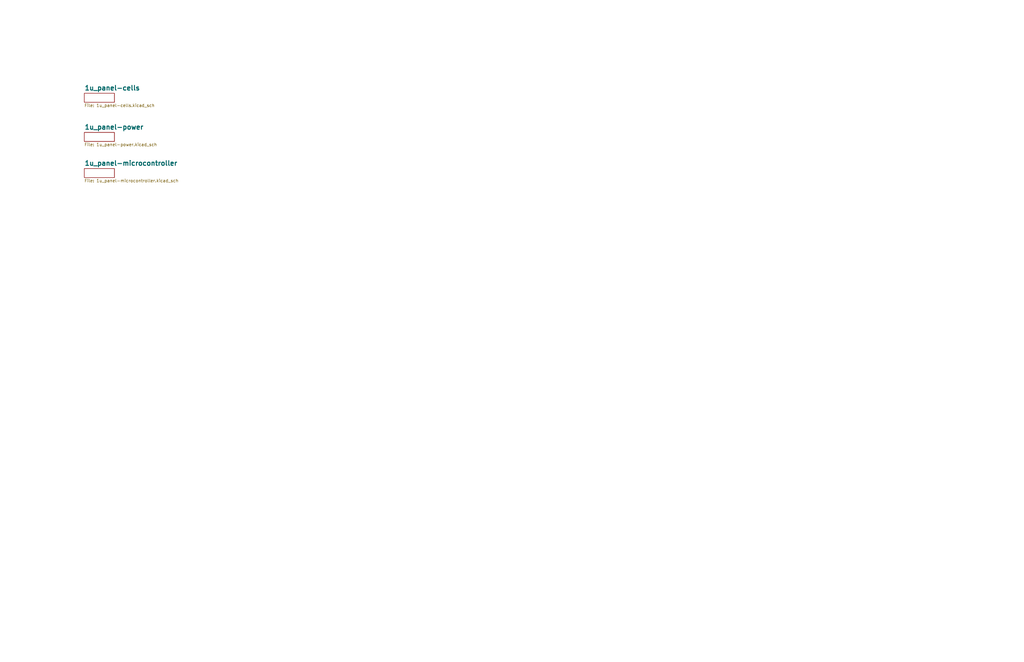
<source format=kicad_sch>
(kicad_sch
	(version 20250114)
	(generator "eeschema")
	(generator_version "9.0")
	(uuid "115bd2cd-7c08-4b54-867b-a326ee0699c1")
	(paper "USLedger")
	(title_block
		(title "OreSat Solar Module - Silicon Cells")
		(date "2024-09-22")
		(rev "1.0")
	)
	(lib_symbols)
	(sheet
		(at 35.56 55.88)
		(size 12.7 3.81)
		(exclude_from_sim no)
		(in_bom yes)
		(on_board yes)
		(dnp no)
		(fields_autoplaced yes)
		(stroke
			(width 0)
			(type solid)
		)
		(fill
			(color 0 0 0 0.0000)
		)
		(uuid "5c4415f1-d90e-44ce-bb2c-b4c8edead48f")
		(property "Sheetname" "1u_panel-power"
			(at 35.56 54.8034 0)
			(effects
				(font
					(size 2 2)
					(bold yes)
				)
				(justify left bottom)
			)
		)
		(property "Sheetfile" "1u_panel-power.kicad_sch"
			(at 35.56 60.2746 0)
			(effects
				(font
					(size 1.27 1.27)
				)
				(justify left top)
			)
		)
		(instances
			(project "1u_panel-silicon"
				(path "/115bd2cd-7c08-4b54-867b-a326ee0699c1"
					(page "2")
				)
			)
		)
	)
	(sheet
		(at 35.56 71.12)
		(size 12.7 3.81)
		(exclude_from_sim no)
		(in_bom yes)
		(on_board yes)
		(dnp no)
		(fields_autoplaced yes)
		(stroke
			(width 0)
			(type solid)
		)
		(fill
			(color 0 0 0 0.0000)
		)
		(uuid "bfa81e66-0bc2-4d21-a09c-e64719ae80bc")
		(property "Sheetname" "1u_panel-microcontroller"
			(at 35.56 70.0434 0)
			(effects
				(font
					(size 2 2)
					(bold yes)
				)
				(justify left bottom)
			)
		)
		(property "Sheetfile" "1u_panel-microcontroller.kicad_sch"
			(at 35.56 75.5146 0)
			(effects
				(font
					(size 1.27 1.27)
				)
				(justify left top)
			)
		)
		(instances
			(project "1u_panel-silicon"
				(path "/115bd2cd-7c08-4b54-867b-a326ee0699c1"
					(page "3")
				)
			)
		)
	)
	(sheet
		(at 35.56 39.37)
		(size 12.7 3.81)
		(exclude_from_sim no)
		(in_bom yes)
		(on_board yes)
		(dnp no)
		(fields_autoplaced yes)
		(stroke
			(width 0.1524)
			(type solid)
		)
		(fill
			(color 0 0 0 0.0000)
		)
		(uuid "ec17bb5c-246f-4d5d-bfe1-6c890233ea83")
		(property "Sheetname" "1u_panel-cells"
			(at 35.56 38.2934 0)
			(effects
				(font
					(size 2 2)
					(bold yes)
				)
				(justify left bottom)
			)
		)
		(property "Sheetfile" "1u_panel-cells.kicad_sch"
			(at 35.56 43.7646 0)
			(effects
				(font
					(size 1.27 1.27)
				)
				(justify left top)
			)
		)
		(instances
			(project "1u_panel-silicon"
				(path "/115bd2cd-7c08-4b54-867b-a326ee0699c1"
					(page "1")
				)
			)
		)
	)
	(sheet_instances
		(path "/"
			(page "1")
		)
	)
	(embedded_fonts no)
)

</source>
